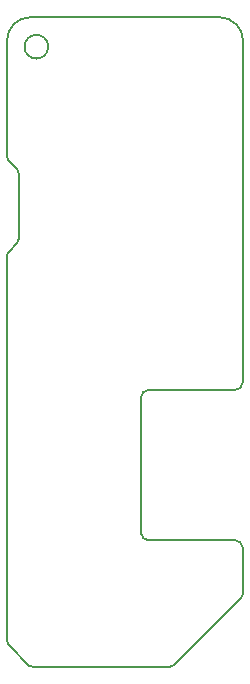
<source format=gm1>
G04 #@! TF.GenerationSoftware,KiCad,Pcbnew,5.0.1*
G04 #@! TF.CreationDate,2019-03-28T22:54:33+10:30*
G04 #@! TF.ProjectId,reflex,7265666C65782E6B696361645F706362,rev?*
G04 #@! TF.SameCoordinates,Original*
G04 #@! TF.FileFunction,Profile,NP*
%FSLAX46Y46*%
G04 Gerber Fmt 4.6, Leading zero omitted, Abs format (unit mm)*
G04 Created by KiCad (PCBNEW 5.0.1) date Thu 28 Mar 2019 22:54:33 ACDT*
%MOMM*%
%LPD*%
G01*
G04 APERTURE LIST*
%ADD10C,0.150000*%
G04 APERTURE END LIST*
D10*
X90850000Y-87850000D02*
X90150000Y-87150000D01*
X90853553Y-87846447D02*
G75*
G02X91000000Y-88200000I-353553J-353553D01*
G01*
X90150000Y-94850000D02*
G75*
G03X90003553Y-95203553I353553J-353553D01*
G01*
X90146447Y-87153553D02*
G75*
G02X90000000Y-86800000I353553J353553D01*
G01*
X90850000Y-94150000D02*
G75*
G03X90996447Y-93796447I-353553J353553D01*
G01*
X109850000Y-124150000D02*
G75*
G03X109996447Y-123796447I-353553J353553D01*
G01*
X104150000Y-129850000D02*
G75*
G02X103796447Y-129996447I-353553J353553D01*
G01*
X90146447Y-128153553D02*
G75*
G02X90000000Y-127800000I353553J353553D01*
G01*
X91900000Y-129900000D02*
G75*
G03X92200000Y-130000000I300000J400000D01*
G01*
X101900000Y-106600000D02*
G75*
G03X101400000Y-107100000I0J-500000D01*
G01*
X101400000Y-118750000D02*
G75*
G03X101900000Y-119250000I500000J0D01*
G01*
X110000000Y-77000000D02*
G75*
G03X108000000Y-75000000I-2000000J0D01*
G01*
X93500000Y-77500000D02*
G75*
G03X93500000Y-77500000I-1000000J0D01*
G01*
X90000000Y-86800000D02*
X90000000Y-77000000D01*
X91000000Y-93800000D02*
X91000000Y-88200000D01*
X90150000Y-94850000D02*
X90850000Y-94150000D01*
X91900000Y-129900000D02*
X90150000Y-128150000D01*
X110000000Y-105850000D02*
G75*
G02X109250000Y-106600000I-750000J0D01*
G01*
X109250000Y-119250000D02*
G75*
G02X110000000Y-120000000I0J-750000D01*
G01*
X109850000Y-124150000D02*
X104150000Y-129850000D01*
X110000000Y-120000000D02*
X110000000Y-123800000D01*
X101900000Y-106600000D02*
X109250000Y-106600000D01*
X101400000Y-118750000D02*
X101400000Y-107100000D01*
X109250000Y-119250000D02*
X101900000Y-119250000D01*
X92000000Y-75000000D02*
G75*
G03X90000000Y-77000000I0J-2000000D01*
G01*
X90000000Y-127800000D02*
X90000000Y-95200000D01*
X103800000Y-130000000D02*
X92200000Y-130000000D01*
X110000000Y-77000000D02*
X110000000Y-105850000D01*
X92000000Y-75000000D02*
X108000000Y-75000000D01*
M02*

</source>
